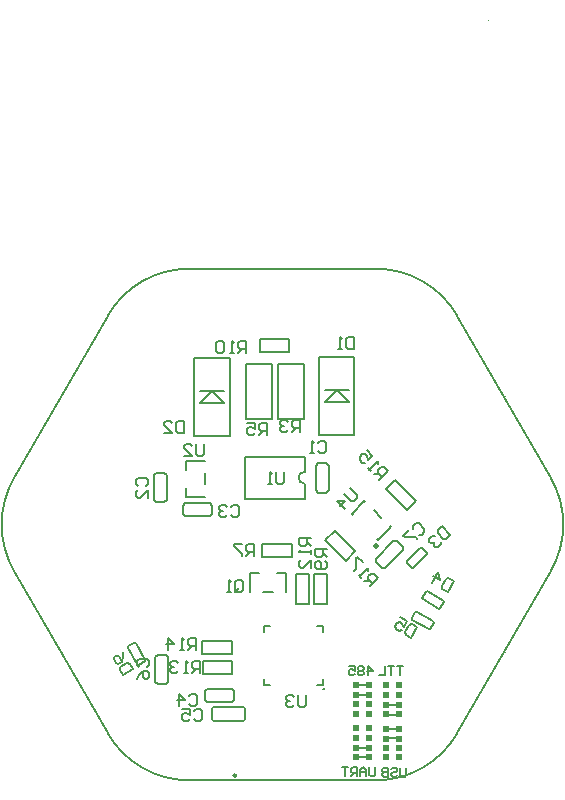
<source format=gbo>
%FSLAX25Y25*%
%MOIN*%
G70*
G01*
G75*
G04 Layer_Color=32896*
%ADD10R,0.05906X0.05906*%
%ADD11R,0.03347X0.02756*%
G04:AMPARAMS|DCode=12|XSize=62.99mil|YSize=17.72mil|CornerRadius=0mil|HoleSize=0mil|Usage=FLASHONLY|Rotation=210.000|XOffset=0mil|YOffset=0mil|HoleType=Round|Shape=Rectangle|*
%AMROTATEDRECTD12*
4,1,4,0.02285,0.02342,0.03171,0.00808,-0.02285,-0.02342,-0.03171,-0.00808,0.02285,0.02342,0.0*
%
%ADD12ROTATEDRECTD12*%

G04:AMPARAMS|DCode=13|XSize=86.61mil|YSize=47.24mil|CornerRadius=0mil|HoleSize=0mil|Usage=FLASHONLY|Rotation=300.000|XOffset=0mil|YOffset=0mil|HoleType=Round|Shape=Rectangle|*
%AMROTATEDRECTD13*
4,1,4,-0.04211,0.02569,-0.00120,0.04932,0.04211,-0.02569,0.00120,-0.04932,-0.04211,0.02569,0.0*
%
%ADD13ROTATEDRECTD13*%

G04:AMPARAMS|DCode=14|XSize=157.48mil|YSize=78.74mil|CornerRadius=0mil|HoleSize=0mil|Usage=FLASHONLY|Rotation=30.000|XOffset=0mil|YOffset=0mil|HoleType=Round|Shape=Rectangle|*
%AMROTATEDRECTD14*
4,1,4,-0.04851,-0.07347,-0.08788,-0.00528,0.04851,0.07347,0.08788,0.00528,-0.04851,-0.07347,0.0*
%
%ADD14ROTATEDRECTD14*%

%ADD15R,0.02756X0.03347*%
G04:AMPARAMS|DCode=16|XSize=102.36mil|YSize=17.72mil|CornerRadius=0mil|HoleSize=0mil|Usage=FLASHONLY|Rotation=330.000|XOffset=0mil|YOffset=0mil|HoleType=Round|Shape=Rectangle|*
%AMROTATEDRECTD16*
4,1,4,-0.04875,0.01792,-0.03990,0.03326,0.04875,-0.01792,0.03990,-0.03326,-0.04875,0.01792,0.0*
%
%ADD16ROTATEDRECTD16*%

%ADD17R,0.00984X0.07087*%
%ADD18R,0.00984X0.07087*%
%ADD19R,0.01772X0.07087*%
%ADD20C,0.03000*%
%ADD21C,0.02000*%
%ADD22C,0.01000*%
%ADD23C,0.00800*%
%ADD24C,0.00600*%
%ADD25C,0.00250*%
%ADD26C,0.00500*%
%ADD27O,0.07874X0.11811*%
%ADD28R,0.07874X0.11811*%
%ADD29C,0.02953*%
%ADD30P,0.08352X4X165.0*%
%ADD31C,0.05906*%
G04:AMPARAMS|DCode=32|XSize=157.48mil|YSize=78.74mil|CornerRadius=0mil|HoleSize=0mil|Usage=FLASHONLY|Rotation=210.000|XOffset=0mil|YOffset=0mil|HoleType=Round|Shape=Round|*
%AMOVALD32*
21,1,0.07874,0.07874,0.00000,0.00000,210.0*
1,1,0.07874,0.03410,0.01969*
1,1,0.07874,-0.03410,-0.01969*
%
%ADD32OVALD32*%

%ADD33C,0.04331*%
G04:AMPARAMS|DCode=34|XSize=150mil|YSize=60mil|CornerRadius=0mil|HoleSize=0mil|Usage=FLASHONLY|Rotation=150.000|XOffset=0mil|YOffset=0mil|HoleType=Round|Shape=Round|*
%AMOVALD34*
21,1,0.09000,0.06000,0.00000,0.00000,150.0*
1,1,0.06000,0.03897,-0.02250*
1,1,0.06000,-0.03897,0.02250*
%
%ADD34OVALD34*%

G04:AMPARAMS|DCode=35|XSize=86.61mil|YSize=62.99mil|CornerRadius=0mil|HoleSize=0mil|Usage=FLASHONLY|Rotation=150.000|XOffset=0mil|YOffset=0mil|HoleType=Round|Shape=Round|*
%AMOVALD35*
21,1,0.02362,0.06299,0.00000,0.00000,150.0*
1,1,0.06299,0.01023,-0.00591*
1,1,0.06299,-0.01023,0.00591*
%
%ADD35OVALD35*%

%ADD36C,0.03543*%
G04:AMPARAMS|DCode=37|XSize=74.8mil|YSize=39.37mil|CornerRadius=0mil|HoleSize=0mil|Usage=FLASHONLY|Rotation=330.000|XOffset=0mil|YOffset=0mil|HoleType=Round|Shape=Round|*
%AMOVALD37*
21,1,0.03543,0.03937,0.00000,0.00000,330.0*
1,1,0.03937,-0.01534,0.00886*
1,1,0.03937,0.01534,-0.00886*
%
%ADD37OVALD37*%

%ADD38C,0.02000*%
%ADD39C,0.03000*%
%ADD40C,0.00100*%
%ADD41P,0.03341X4X345.0*%
%ADD42P,0.03341X4X195.0*%
%ADD43P,0.03341X4X270.0*%
G04:AMPARAMS|DCode=44|XSize=27.56mil|YSize=33.47mil|CornerRadius=0mil|HoleSize=0mil|Usage=FLASHONLY|Rotation=45.000|XOffset=0mil|YOffset=0mil|HoleType=Round|Shape=Rectangle|*
%AMROTATEDRECTD44*
4,1,4,0.00209,-0.02158,-0.02158,0.00209,-0.00209,0.02158,0.02158,-0.00209,0.00209,-0.02158,0.0*
%
%ADD44ROTATEDRECTD44*%

G04:AMPARAMS|DCode=45|XSize=27.56mil|YSize=33.47mil|CornerRadius=0mil|HoleSize=0mil|Usage=FLASHONLY|Rotation=315.000|XOffset=0mil|YOffset=0mil|HoleType=Round|Shape=Rectangle|*
%AMROTATEDRECTD45*
4,1,4,-0.02158,-0.00209,0.00209,0.02158,0.02158,0.00209,-0.00209,-0.02158,-0.02158,-0.00209,0.0*
%
%ADD45ROTATEDRECTD45*%

%ADD46R,0.02362X0.03937*%
%ADD47R,0.03937X0.02362*%
%ADD48R,0.07087X0.03937*%
%ADD49R,0.07874X0.07874*%
%ADD50O,0.02500X0.05500*%
%ADD51R,0.02500X0.05500*%
%ADD52R,0.01200X0.03400*%
%ADD53R,0.03400X0.01200*%
%ADD54R,0.10236X0.10236*%
G04:AMPARAMS|DCode=55|XSize=31.5mil|YSize=31.5mil|CornerRadius=3.15mil|HoleSize=0mil|Usage=FLASHONLY|Rotation=180.000|XOffset=0mil|YOffset=0mil|HoleType=Round|Shape=RoundedRectangle|*
%AMROUNDEDRECTD55*
21,1,0.03150,0.02520,0,0,180.0*
21,1,0.02520,0.03150,0,0,180.0*
1,1,0.00630,-0.01260,0.01260*
1,1,0.00630,0.01260,0.01260*
1,1,0.00630,0.01260,-0.01260*
1,1,0.00630,-0.01260,-0.01260*
%
%ADD55ROUNDEDRECTD55*%
G04:AMPARAMS|DCode=56|XSize=20mil|YSize=50mil|CornerRadius=0mil|HoleSize=0mil|Usage=FLASHONLY|Rotation=315.000|XOffset=0mil|YOffset=0mil|HoleType=Round|Shape=Rectangle|*
%AMROTATEDRECTD56*
4,1,4,-0.02475,-0.01061,0.01061,0.02475,0.02475,0.01061,-0.01061,-0.02475,-0.02475,-0.01061,0.0*
%
%ADD56ROTATEDRECTD56*%

%ADD57R,0.01772X0.07087*%
%ADD58C,0.04000*%
%ADD59C,0.01500*%
%ADD60C,0.00787*%
%ADD61C,0.00984*%
%ADD62C,0.02362*%
%ADD63R,0.06706X0.06706*%
%ADD64R,0.04147X0.03556*%
G04:AMPARAMS|DCode=65|XSize=70.99mil|YSize=25.72mil|CornerRadius=0mil|HoleSize=0mil|Usage=FLASHONLY|Rotation=210.000|XOffset=0mil|YOffset=0mil|HoleType=Round|Shape=Rectangle|*
%AMROTATEDRECTD65*
4,1,4,0.02431,0.02888,0.03717,0.00661,-0.02431,-0.02888,-0.03717,-0.00661,0.02431,0.02888,0.0*
%
%ADD65ROTATEDRECTD65*%

G04:AMPARAMS|DCode=66|XSize=94.61mil|YSize=55.24mil|CornerRadius=0mil|HoleSize=0mil|Usage=FLASHONLY|Rotation=300.000|XOffset=0mil|YOffset=0mil|HoleType=Round|Shape=Rectangle|*
%AMROTATEDRECTD66*
4,1,4,-0.04758,0.02716,0.00027,0.05478,0.04758,-0.02716,-0.00027,-0.05478,-0.04758,0.02716,0.0*
%
%ADD66ROTATEDRECTD66*%

G04:AMPARAMS|DCode=67|XSize=165.48mil|YSize=86.74mil|CornerRadius=0mil|HoleSize=0mil|Usage=FLASHONLY|Rotation=30.000|XOffset=0mil|YOffset=0mil|HoleType=Round|Shape=Rectangle|*
%AMROTATEDRECTD67*
4,1,4,-0.04997,-0.07893,-0.09334,-0.00381,0.04997,0.07893,0.09334,0.00381,-0.04997,-0.07893,0.0*
%
%ADD67ROTATEDRECTD67*%

%ADD68R,0.03556X0.04147*%
G04:AMPARAMS|DCode=69|XSize=110.36mil|YSize=25.72mil|CornerRadius=0mil|HoleSize=0mil|Usage=FLASHONLY|Rotation=330.000|XOffset=0mil|YOffset=0mil|HoleType=Round|Shape=Rectangle|*
%AMROTATEDRECTD69*
4,1,4,-0.05422,0.01646,-0.04136,0.03873,0.05422,-0.01646,0.04136,-0.03873,-0.05422,0.01646,0.0*
%
%ADD69ROTATEDRECTD69*%

%ADD70O,0.08674X0.12611*%
%ADD71R,0.08674X0.12611*%
%ADD72C,0.03753*%
%ADD73P,0.09483X4X165.0*%
%ADD74C,0.06706*%
G04:AMPARAMS|DCode=75|XSize=165.48mil|YSize=86.74mil|CornerRadius=0mil|HoleSize=0mil|Usage=FLASHONLY|Rotation=210.000|XOffset=0mil|YOffset=0mil|HoleType=Round|Shape=Round|*
%AMOVALD75*
21,1,0.07874,0.08674,0.00000,0.00000,210.0*
1,1,0.08674,0.03410,0.01969*
1,1,0.08674,-0.03410,-0.01969*
%
%ADD75OVALD75*%

%ADD76C,0.05131*%
G04:AMPARAMS|DCode=77|XSize=158mil|YSize=68mil|CornerRadius=0mil|HoleSize=0mil|Usage=FLASHONLY|Rotation=150.000|XOffset=0mil|YOffset=0mil|HoleType=Round|Shape=Round|*
%AMOVALD77*
21,1,0.09000,0.06800,0.00000,0.00000,150.0*
1,1,0.06800,0.03897,-0.02250*
1,1,0.06800,-0.03897,0.02250*
%
%ADD77OVALD77*%

G04:AMPARAMS|DCode=78|XSize=94.61mil|YSize=70.99mil|CornerRadius=0mil|HoleSize=0mil|Usage=FLASHONLY|Rotation=150.000|XOffset=0mil|YOffset=0mil|HoleType=Round|Shape=Round|*
%AMOVALD78*
21,1,0.02362,0.07099,0.00000,0.00000,150.0*
1,1,0.07099,0.01023,-0.00591*
1,1,0.07099,-0.01023,0.00591*
%
%ADD78OVALD78*%

%ADD79C,0.04343*%
G04:AMPARAMS|DCode=80|XSize=82.8mil|YSize=47.37mil|CornerRadius=0mil|HoleSize=0mil|Usage=FLASHONLY|Rotation=330.000|XOffset=0mil|YOffset=0mil|HoleType=Round|Shape=Round|*
%AMOVALD80*
21,1,0.03543,0.04737,0.00000,0.00000,330.0*
1,1,0.04737,-0.01534,0.00886*
1,1,0.04737,0.01534,-0.00886*
%
%ADD80OVALD80*%

%ADD81P,0.04472X4X345.0*%
%ADD82P,0.04472X4X195.0*%
%ADD83P,0.04472X4X270.0*%
G04:AMPARAMS|DCode=84|XSize=35.56mil|YSize=41.47mil|CornerRadius=0mil|HoleSize=0mil|Usage=FLASHONLY|Rotation=45.000|XOffset=0mil|YOffset=0mil|HoleType=Round|Shape=Rectangle|*
%AMROTATEDRECTD84*
4,1,4,0.00209,-0.02723,-0.02723,0.00209,-0.00209,0.02723,0.02723,-0.00209,0.00209,-0.02723,0.0*
%
%ADD84ROTATEDRECTD84*%

G04:AMPARAMS|DCode=85|XSize=35.56mil|YSize=41.47mil|CornerRadius=0mil|HoleSize=0mil|Usage=FLASHONLY|Rotation=315.000|XOffset=0mil|YOffset=0mil|HoleType=Round|Shape=Rectangle|*
%AMROTATEDRECTD85*
4,1,4,-0.02723,-0.00209,0.00209,0.02723,0.02723,0.00209,-0.00209,-0.02723,-0.02723,-0.00209,0.0*
%
%ADD85ROTATEDRECTD85*%

%ADD86R,0.03162X0.04737*%
%ADD87R,0.04737X0.03162*%
%ADD88R,0.07887X0.04737*%
%ADD89R,0.08674X0.08674*%
%ADD90O,0.03300X0.06300*%
%ADD91R,0.03300X0.06300*%
%ADD92R,0.02200X0.04400*%
%ADD93R,0.04400X0.02200*%
%ADD94R,0.11236X0.11236*%
G04:AMPARAMS|DCode=95|XSize=39.5mil|YSize=39.5mil|CornerRadius=3.95mil|HoleSize=0mil|Usage=FLASHONLY|Rotation=180.000|XOffset=0mil|YOffset=0mil|HoleType=Round|Shape=RoundedRectangle|*
%AMROUNDEDRECTD95*
21,1,0.03950,0.03160,0,0,180.0*
21,1,0.03160,0.03950,0,0,180.0*
1,1,0.00790,-0.01580,0.01580*
1,1,0.00790,0.01580,0.01580*
1,1,0.00790,0.01580,-0.01580*
1,1,0.00790,-0.01580,-0.01580*
%
%ADD95ROUNDEDRECTD95*%
G04:AMPARAMS|DCode=96|XSize=28mil|YSize=58mil|CornerRadius=0mil|HoleSize=0mil|Usage=FLASHONLY|Rotation=315.000|XOffset=0mil|YOffset=0mil|HoleType=Round|Shape=Rectangle|*
%AMROTATEDRECTD96*
4,1,4,-0.03041,-0.01061,0.01061,0.03041,0.03041,0.01061,-0.01061,-0.03041,-0.03041,-0.01061,0.0*
%
%ADD96ROTATEDRECTD96*%

%ADD97C,0.01969*%
%ADD98R,0.02300X0.02400*%
D22*
X473190Y237921D02*
G03*
X473190Y237921I-224J0D01*
G01*
X443800Y209000D02*
G03*
X443800Y209000I-400J0D01*
G01*
D23*
X491182Y287546D02*
X495425Y291789D01*
X490828Y287900D02*
X491182Y287546D01*
X482391Y296337D02*
X482697Y296032D01*
X495071Y292143D02*
X495425Y291789D01*
X489768Y297446D02*
X492243Y294971D01*
X482391Y296337D02*
X486634Y300580D01*
X486939Y300274D01*
D24*
X436925Y232045D02*
G03*
X435725Y230865I-10J-1190D01*
G01*
X435725Y228265D02*
G03*
X436925Y227085I1190J10D01*
G01*
X445725Y227085D02*
G03*
X446925Y228265I10J1190D01*
G01*
Y230865D02*
G03*
X445725Y232045I-1190J-10D01*
G01*
X470682Y258971D02*
X472717Y258971D01*
X453017Y256937D02*
X453017Y258971D01*
X472717Y239271D02*
X472717Y241306D01*
X453017Y241306D02*
X453017Y239271D01*
Y258971D02*
X455051Y258971D01*
X472717Y258971D02*
X472717Y256937D01*
X470682Y239271D02*
X472717D01*
X453017Y239271D02*
X455051Y239271D01*
X436925Y227085D02*
X445725D01*
X436925Y232045D02*
X445725D01*
X435725Y228265D02*
Y230865D01*
X446925Y228265D02*
Y230865D01*
D25*
X421800Y289922D02*
G03*
X421800Y289922I-125J0D01*
G01*
X386019Y250119D02*
G03*
X386019Y250119I-125J0D01*
G01*
X459838Y207500D02*
G03*
X459838Y207500I-125J0D01*
G01*
X533657Y250119D02*
G03*
X533657Y250119I-125J0D01*
G01*
Y335358D02*
G03*
X533657Y335358I-125J0D01*
G01*
X459838Y377977D02*
G03*
X459838Y377977I-125J0D01*
G01*
X527987Y460898D02*
G03*
X527987Y460898I-125J0D01*
G01*
X459425Y377977D02*
G03*
X459425Y377977I-125J0D01*
G01*
X533244Y335358D02*
G03*
X533244Y335358I-125J0D01*
G01*
Y250119D02*
G03*
X533244Y250119I-125J0D01*
G01*
X459425Y207500D02*
G03*
X459425Y207500I-125J0D01*
G01*
X385606Y250119D02*
G03*
X385606Y250119I-125J0D01*
G01*
Y335358D02*
G03*
X385606Y335358I-125J0D01*
G01*
D26*
X466700Y310319D02*
G03*
X466700Y306319I0J-2000D01*
G01*
X413523Y247655D02*
X413523Y247655D01*
X407790Y252073D02*
X409835Y253254D01*
X410373Y253110D02*
X413523Y247655D01*
X411333Y245936D02*
X413379Y247117D01*
X407646Y251536D02*
X410795Y246080D01*
X407790Y252073D02*
X407790Y252073D01*
X407646Y251536D02*
X407790Y252073D01*
X409835Y253254D02*
Y253254D01*
Y253254D02*
X410373Y253110D01*
X411333Y245936D02*
Y245936D01*
X410795Y246080D02*
X411333Y245936D01*
X413379Y247117D02*
Y247117D01*
X413523Y247655D01*
X508573Y257890D02*
X509754Y259935D01*
X502580Y260895D02*
X508036Y257746D01*
X502436Y261433D02*
X503617Y263479D01*
X504155Y263623D02*
X509610Y260473D01*
X509754Y259935D02*
X509754Y259935D01*
X509610Y260473D02*
X509754Y259935D01*
X508573Y257890D02*
X508573Y257890D01*
X508036Y257746D02*
X508573Y257890D01*
X503617Y263479D02*
X503617D01*
X504155Y263623D01*
X502436Y261433D02*
Y261433D01*
Y261433D02*
X502580Y260895D01*
X511973Y264790D02*
X513154Y266835D01*
X505980Y267795D02*
X511436Y264646D01*
X505836Y268333D02*
X507017Y270379D01*
X507555Y270523D02*
X513010Y267373D01*
X513154Y266835D02*
X513154Y266835D01*
X513010Y267373D02*
X513154Y266835D01*
X511973Y264790D02*
X511973Y264790D01*
X511436Y264646D02*
X511973Y264790D01*
X507017Y270379D02*
X507017D01*
X507555Y270523D01*
X505836Y268333D02*
Y268333D01*
Y268333D02*
X505980Y267795D01*
X502894Y278367D02*
X502894Y278367D01*
X505678Y285049D02*
X507349Y283378D01*
X502894Y278367D02*
X507349Y282822D01*
X500667Y280038D02*
X502338Y278367D01*
X500667Y280594D02*
X505122Y285049D01*
X505678D02*
X505678D01*
X505122D02*
X505678D01*
X507349Y283378D02*
X507349D01*
X507349Y282822D02*
X507349Y283378D01*
X500667Y280038D02*
X500667D01*
Y280594D01*
X502338Y278367D02*
X502338Y278367D01*
X502894D01*
X416935Y240213D02*
X417722Y239426D01*
X420478D02*
X421265Y240213D01*
X420478Y249269D02*
X421265Y248481D01*
X416935D02*
X417722Y249269D01*
X416935Y248481D02*
X416935Y240213D01*
X417722Y249269D02*
X420478D01*
X417722Y239426D02*
X420478D01*
X421265Y240213D02*
X421265Y248481D01*
X442511Y233600D02*
X443299Y234387D01*
X442511Y237931D02*
X443299Y237143D01*
X433456D02*
X434243Y237931D01*
X433456Y234387D02*
X434243Y233600D01*
X442511Y233600D01*
X433456Y234387D02*
Y237143D01*
X443299Y234387D02*
Y237143D01*
X434243Y237931D02*
X442511Y237931D01*
X451731Y350135D02*
X461574D01*
X451731Y354465D02*
X461574D01*
X451731Y350135D02*
Y354465D01*
X461574Y350135D02*
Y354465D01*
X442374Y249535D02*
Y253865D01*
X432531Y249535D02*
Y253865D01*
X442374D01*
X432531Y249535D02*
X442374D01*
X442574Y243035D02*
Y247365D01*
X432731Y243035D02*
Y247365D01*
X442574D01*
X432731Y243035D02*
X442574D01*
X499342Y284180D02*
Y285293D01*
X496280Y287242D02*
X497393D01*
X490434Y280282D02*
Y281396D01*
X492382Y278334D02*
X493496D01*
X499342Y284180D01*
X490434Y280282D02*
X492382Y278334D01*
X497393Y287242D02*
X499342Y285293D01*
X490434Y281396D02*
X496280Y287242D01*
X480568Y280711D02*
X483630Y283773D01*
X473608Y287671D02*
X476671Y290733D01*
X483630Y283773D01*
X473608Y287671D02*
X480568Y280711D01*
X500837Y297601D02*
X503899Y300663D01*
X493877Y304561D02*
X496939Y307623D01*
X503899Y300663D01*
X493877Y304561D02*
X500837Y297601D01*
X468265Y266332D02*
Y276174D01*
X463935Y266332D02*
Y276174D01*
Y266332D02*
X468265D01*
X463935Y276174D02*
X468265Y276174D01*
X452531Y281835D02*
X462374D01*
X452531Y286165D02*
X462374Y286165D01*
X452531Y281835D02*
Y286165D01*
X462374Y281835D02*
Y286165D01*
X448558Y276568D02*
X451510Y276568D01*
X457416D02*
X460368D01*
X452691Y270269D02*
X456235D01*
X448558Y270269D02*
X448558Y276568D01*
X460368Y270269D02*
Y276568D01*
X435087Y295435D02*
X435874Y296222D01*
X435087Y299765D02*
X435874Y298978D01*
X426031D02*
X426819Y299765D01*
X426031Y296222D02*
X426819Y295435D01*
X435087Y295435D01*
X426031Y298978D02*
X426031Y296222D01*
X435874D02*
Y298978D01*
X426819Y299765D02*
X435087D01*
X419878Y309974D02*
X420665Y309187D01*
X416335Y309187D02*
X417122Y309974D01*
X416335Y300919D02*
X417122Y300132D01*
X419878Y300132D02*
X420665Y300919D01*
X420665Y309187D02*
X420665Y300919D01*
X417122Y300132D02*
X419878Y300132D01*
X417122Y309974D02*
X419878Y309974D01*
X416335Y300919D02*
Y309187D01*
X427032Y305010D02*
X427032Y302058D01*
X427032Y310916D02*
Y313868D01*
X433331Y306191D02*
Y309735D01*
X427032Y302058D02*
X433331D01*
X427032Y313868D02*
X433331D01*
X473878Y313174D02*
X474665Y312387D01*
X470335D02*
X471122Y313174D01*
X470335Y304119D02*
X471122Y303331D01*
X473878D02*
X474665Y304119D01*
X474665Y312387D02*
X474665Y304119D01*
X471122Y303331D02*
X473878D01*
X471122Y313174D02*
X473878D01*
X470335Y304119D02*
X470335Y312387D01*
X474165Y266332D02*
Y276174D01*
X469835Y266332D02*
Y276174D01*
Y266332D02*
X474165Y266332D01*
X469835Y276174D02*
X474165D01*
X447169Y346156D02*
X455831D01*
X447169Y327849D02*
X455831D01*
Y346156D01*
X447169Y327849D02*
Y346156D01*
X457669Y346356D02*
X466331D01*
X457669Y328049D02*
X466331D01*
Y346356D01*
X457669Y328049D02*
Y346356D01*
X473463Y333705D02*
X477400Y337643D01*
X481337Y333705D01*
X473463Y337643D02*
X481337Y337643D01*
X473463Y333705D02*
X481337Y333705D01*
X483306Y348666D02*
X483306Y322682D01*
X471494Y348666D02*
X483306D01*
X471494D02*
X471494Y322682D01*
X483306Y322682D01*
X431863Y333306D02*
X435800Y337243D01*
X439737Y333306D01*
X431863Y337243D02*
X439737D01*
X431863Y333306D02*
X439737D01*
X441706Y322282D02*
Y348266D01*
X429894D02*
X441706D01*
X429894Y322282D02*
Y348266D01*
Y322282D02*
X441706D01*
X466700Y310319D02*
Y315319D01*
Y301319D02*
Y306319D01*
X446700Y301319D02*
Y315319D01*
X466700D01*
X446700Y301319D02*
X466700D01*
X484600Y239200D02*
X487600D01*
X484600Y235900D02*
X487600D01*
X494600Y232700D02*
X497600D01*
X494200Y229300D02*
X497200D01*
X494100Y221500D02*
X497100D01*
X494600Y224600D02*
X497600D01*
X484400Y215200D02*
X487400D01*
X484200Y218400D02*
X487200D01*
X411268Y305634D02*
X410601Y306301D01*
Y307634D01*
X411268Y308300D01*
X413934D01*
X414600Y307634D01*
Y306301D01*
X413934Y305634D01*
X414600Y301636D02*
Y304301D01*
X411934Y301636D01*
X411268D01*
X410601Y302302D01*
Y303635D01*
X411268Y304301D01*
X442034Y298732D02*
X442701Y299399D01*
X444034D01*
X444700Y298732D01*
Y296066D01*
X444034Y295400D01*
X442701D01*
X442034Y296066D01*
X440701Y298732D02*
X440035Y299399D01*
X438702D01*
X438035Y298732D01*
Y298066D01*
X438702Y297399D01*
X439368D01*
X438702D01*
X438035Y296733D01*
Y296066D01*
X438702Y295400D01*
X440035D01*
X440701Y296066D01*
X502821Y291230D02*
Y292173D01*
X503763Y293115D01*
X504706D01*
X506591Y291230D01*
Y290288D01*
X505648Y289345D01*
X504706D01*
X501407Y290759D02*
X499522Y288874D01*
X499993Y288403D01*
X503763D01*
X504234Y287931D01*
X411468Y245334D02*
X410801Y246001D01*
Y247334D01*
X411468Y248000D01*
X414134D01*
X414800Y247334D01*
Y246001D01*
X414134Y245334D01*
X410801Y241336D02*
X411468Y242668D01*
X412801Y244001D01*
X414134D01*
X414800Y243335D01*
Y242002D01*
X414134Y241336D01*
X413467D01*
X412801Y242002D01*
Y244001D01*
X428034Y235732D02*
X428701Y236399D01*
X430034D01*
X430700Y235732D01*
Y233066D01*
X430034Y232400D01*
X428701D01*
X428034Y233066D01*
X424702Y232400D02*
Y236399D01*
X426701Y234399D01*
X424036D01*
X471284Y319782D02*
X471951Y320449D01*
X473284D01*
X473950Y319782D01*
Y317116D01*
X473284Y316450D01*
X471951D01*
X471284Y317116D01*
X469951Y316450D02*
X468618D01*
X469285D01*
Y320449D01*
X469951Y319782D01*
X504199Y258463D02*
X502200Y255000D01*
X500468Y256000D01*
X500225Y256910D01*
X501557Y259219D01*
X502468Y259463D01*
X504199Y258463D01*
X498428Y261795D02*
X500736Y260462D01*
X499737Y258731D01*
X498916Y259975D01*
X498338Y260308D01*
X497428Y260064D01*
X496762Y258909D01*
X497006Y257999D01*
X498160Y257333D01*
X499070Y257576D01*
X512472Y292228D02*
X515300Y289400D01*
X513886Y287986D01*
X512944D01*
X511059Y289871D01*
Y290814D01*
X512472Y292228D01*
X510116Y288929D02*
X509174D01*
X508231Y287986D01*
Y287044D01*
X508703Y286573D01*
X509645D01*
X510116Y287044D01*
X509645Y286573D01*
Y285630D01*
X510116Y285159D01*
X511059D01*
X512001Y286101D01*
Y287044D01*
X516361Y273838D02*
X514361Y270375D01*
X512630Y271375D01*
X512386Y272285D01*
X513719Y274594D01*
X514629Y274838D01*
X516361Y273838D01*
X509167Y273374D02*
X511166Y276837D01*
X511898Y274106D01*
X509589Y275439D01*
X483100Y355099D02*
Y351100D01*
X481101D01*
X480434Y351766D01*
Y354432D01*
X481101Y355099D01*
X483100D01*
X479101Y351100D02*
X477768D01*
X478435D01*
Y355099D01*
X479101Y354432D01*
X409463Y244599D02*
X406000Y242600D01*
X405000Y244332D01*
X405244Y245242D01*
X407553Y246575D01*
X408463Y246331D01*
X409463Y244599D01*
X406131Y250371D02*
X406220Y248883D01*
X405732Y247063D01*
X404578Y246396D01*
X403667Y246640D01*
X403001Y247795D01*
X403245Y248705D01*
X403822Y249038D01*
X404733Y248794D01*
X405732Y247063D01*
X426500Y327099D02*
Y323100D01*
X424501D01*
X423834Y323766D01*
Y326432D01*
X424501Y327099D01*
X426500D01*
X419836Y323100D02*
X422501D01*
X419836Y325766D01*
Y326432D01*
X420502Y327099D01*
X421835D01*
X422501Y326432D01*
X443434Y271066D02*
Y273732D01*
X444101Y274399D01*
X445434D01*
X446100Y273732D01*
Y271066D01*
X445434Y270400D01*
X444101D01*
X444767Y271733D02*
X443434Y270400D01*
X444101D02*
X443434Y271066D01*
X442101Y270400D02*
X440768D01*
X441435D01*
Y274399D01*
X442101Y273732D01*
X474100Y284600D02*
X470101D01*
Y282601D01*
X470768Y281934D01*
X472101D01*
X472767Y282601D01*
Y284600D01*
Y283267D02*
X474100Y281934D01*
X473434Y280601D02*
X474100Y279935D01*
Y278602D01*
X473434Y277936D01*
X470768D01*
X470101Y278602D01*
Y279935D01*
X470768Y280601D01*
X471434D01*
X472101Y279935D01*
Y277936D01*
X430400Y250800D02*
Y254799D01*
X428401D01*
X427734Y254132D01*
Y252799D01*
X428401Y252133D01*
X430400D01*
X429067D02*
X427734Y250800D01*
X426401D02*
X425068D01*
X425735D01*
Y254799D01*
X426401Y254132D01*
X421070Y250800D02*
Y254799D01*
X423069Y252799D01*
X420403D01*
X488431Y272110D02*
X491259Y274938D01*
X489845Y276351D01*
X488903D01*
X487960Y275409D01*
Y274466D01*
X489374Y273053D01*
X488431Y273995D02*
X486546D01*
X485604Y274938D02*
X484661Y275880D01*
X485133Y275409D01*
X487960Y278236D01*
Y277294D01*
X486075Y280121D02*
X484190Y282006D01*
X483719Y281535D01*
X483719Y277765D01*
X483248Y277294D01*
X491600Y307700D02*
X494427Y310527D01*
X493014Y311941D01*
X492071D01*
X491129Y310999D01*
Y310056D01*
X492543Y308643D01*
X491600Y309585D02*
X489715D01*
X488772Y310527D02*
X487830Y311470D01*
X488301Y310999D01*
X491129Y313826D01*
Y312884D01*
X487359Y317596D02*
X489244Y315711D01*
X487830Y314298D01*
X487359Y315711D01*
X486888Y316182D01*
X485945D01*
X485003Y315240D01*
Y314298D01*
X485945Y313355D01*
X486888D01*
X468700Y288100D02*
X464701D01*
Y286101D01*
X465368Y285434D01*
X466701D01*
X467367Y286101D01*
Y288100D01*
Y286767D02*
X468700Y285434D01*
Y284101D02*
Y282768D01*
Y283435D01*
X464701D01*
X465368Y284101D01*
X468700Y278103D02*
Y280769D01*
X466034Y278103D01*
X465368D01*
X464701Y278770D01*
Y280103D01*
X465368Y280769D01*
X431900Y243200D02*
Y247199D01*
X429901D01*
X429234Y246532D01*
Y245199D01*
X429901Y244533D01*
X431900D01*
X430567D02*
X429234Y243200D01*
X427901D02*
X426568D01*
X427235D01*
Y247199D01*
X427901Y246532D01*
X424569D02*
X423903Y247199D01*
X422570D01*
X421903Y246532D01*
Y245866D01*
X422570Y245199D01*
X423236D01*
X422570D01*
X421903Y244533D01*
Y243866D01*
X422570Y243200D01*
X423903D01*
X424569Y243866D01*
X449800Y282200D02*
Y286199D01*
X447801D01*
X447134Y285532D01*
Y284199D01*
X447801Y283533D01*
X449800D01*
X448467D02*
X447134Y282200D01*
X445801Y286199D02*
X443135D01*
Y285532D01*
X445801Y282866D01*
Y282200D01*
X447089Y350058D02*
Y354057D01*
X445090D01*
X444423Y353391D01*
Y352058D01*
X445090Y351391D01*
X447089D01*
X445756D02*
X444423Y350058D01*
X443091D02*
X441758D01*
X442424D01*
Y354057D01*
X443091Y353391D01*
X439758D02*
X439092Y354057D01*
X437759D01*
X437093Y353391D01*
Y350725D01*
X437759Y350058D01*
X439092D01*
X439758Y350725D01*
Y353391D01*
X465000Y323500D02*
Y327499D01*
X463001D01*
X462334Y326832D01*
Y325499D01*
X463001Y324833D01*
X465000D01*
X463667D02*
X462334Y323500D01*
X461001Y326832D02*
X460335Y327499D01*
X459002D01*
X458335Y326832D01*
Y326166D01*
X459002Y325499D01*
X459668D01*
X459002D01*
X458335Y324833D01*
Y324166D01*
X459002Y323500D01*
X460335D01*
X461001Y324166D01*
X454000Y322700D02*
Y326699D01*
X452001D01*
X451334Y326032D01*
Y324699D01*
X452001Y324033D01*
X454000D01*
X452667D02*
X451334Y322700D01*
X447335Y326699D02*
X450001D01*
Y324699D01*
X448668Y325366D01*
X448002D01*
X447335Y324699D01*
Y323366D01*
X448002Y322700D01*
X449335D01*
X450001Y323366D01*
X433200Y319699D02*
Y316366D01*
X432534Y315700D01*
X431201D01*
X430534Y316366D01*
Y319699D01*
X426536Y315700D02*
X429201D01*
X426536Y318366D01*
Y319032D01*
X427202Y319699D01*
X428535D01*
X429201Y319032D01*
X481672Y304927D02*
X484029Y302571D01*
Y301629D01*
X483086Y300686D01*
X482144D01*
X479787Y303043D01*
X480259Y297859D02*
X477431Y300686D01*
X480259Y300686D01*
X478374Y298801D01*
X467300Y235899D02*
Y232566D01*
X466634Y231900D01*
X465301D01*
X464634Y232566D01*
Y235899D01*
X463301Y235232D02*
X462635Y235899D01*
X461302D01*
X460636Y235232D01*
Y234566D01*
X461302Y233899D01*
X461968D01*
X461302D01*
X460636Y233233D01*
Y232566D01*
X461302Y231900D01*
X462635D01*
X463301Y232566D01*
X459700Y310099D02*
Y306766D01*
X459034Y306100D01*
X457701D01*
X457034Y306766D01*
Y310099D01*
X455701Y306100D02*
X454368D01*
X455035D01*
Y310099D01*
X455701Y309432D01*
X429934Y230432D02*
X430601Y231099D01*
X431934D01*
X432600Y230432D01*
Y227766D01*
X431934Y227100D01*
X430601D01*
X429934Y227766D01*
X425936Y231099D02*
X428601D01*
Y229099D01*
X427268Y229766D01*
X426602D01*
X425936Y229099D01*
Y227766D01*
X426602Y227100D01*
X427935D01*
X428601Y227766D01*
X487900Y242500D02*
Y245499D01*
X489400Y244000D01*
X487401D01*
X486401Y244999D02*
X485901Y245499D01*
X484902D01*
X484402Y244999D01*
Y244499D01*
X484902Y244000D01*
X484402Y243500D01*
Y243000D01*
X484902Y242500D01*
X485901D01*
X486401Y243000D01*
Y243500D01*
X485901Y244000D01*
X486401Y244499D01*
Y244999D01*
X485901Y244000D02*
X484902D01*
X481403Y245499D02*
X483402D01*
Y244000D01*
X482402Y244499D01*
X481902D01*
X481403Y244000D01*
Y243000D01*
X481902Y242500D01*
X482902D01*
X483402Y243000D01*
X499600Y245599D02*
X497601D01*
X498600D01*
Y242600D01*
X496601Y245599D02*
X494602D01*
X495601D01*
Y242600D01*
X493602Y245599D02*
Y242600D01*
X491603D01*
X490200Y211799D02*
Y209300D01*
X489700Y208800D01*
X488700D01*
X488201Y209300D01*
Y211799D01*
X487201Y208800D02*
Y210799D01*
X486201Y211799D01*
X485202Y210799D01*
Y208800D01*
Y210299D01*
X487201D01*
X484202Y208800D02*
Y211799D01*
X482702D01*
X482203Y211299D01*
Y210299D01*
X482702Y209800D01*
X484202D01*
X483202D02*
X482203Y208800D01*
X481203Y211799D02*
X479204D01*
X480203D01*
Y208800D01*
X500500Y211699D02*
Y209200D01*
X500000Y208700D01*
X499001D01*
X498501Y209200D01*
Y211699D01*
X495502Y211199D02*
X496001Y211699D01*
X497001D01*
X497501Y211199D01*
Y210699D01*
X497001Y210199D01*
X496001D01*
X495502Y209700D01*
Y209200D01*
X496001Y208700D01*
X497001D01*
X497501Y209200D01*
X494502Y211699D02*
Y208700D01*
X493002D01*
X492503Y209200D01*
Y209700D01*
X493002Y210199D01*
X494502D01*
X493002D01*
X492503Y210699D01*
Y211199D01*
X493002Y211699D01*
X494502D01*
X517519Y362378D02*
G03*
X490499Y377977I-27020J-15600D01*
G01*
X548718Y277139D02*
G03*
X548718Y308338I-27020J15600D01*
G01*
X490499Y207500D02*
G03*
X517519Y223100I0J31200D01*
G01*
X401080Y223100D02*
G03*
X428100Y207500I27020J15600D01*
G01*
X369881Y308338D02*
G03*
X369881Y277139I27020J-15600D01*
G01*
X428100Y377977D02*
G03*
X401080Y362378I0J-31200D01*
G01*
X428100Y377977D02*
X490499D01*
X517519Y362378D02*
X548718Y308338D01*
X517519Y223100D02*
X548718Y277139D01*
X428100Y207500D02*
X490499D01*
X369881Y277139D02*
X401080Y223100D01*
X369881Y308338D02*
X401080Y362378D01*
D97*
X490475Y285425D02*
X490546Y285496D01*
D98*
X483750Y239200D02*
D03*
X488250D02*
D03*
X498250Y239100D02*
D03*
Y235800D02*
D03*
Y232700D02*
D03*
Y229500D02*
D03*
X493750D02*
D03*
Y232700D02*
D03*
Y235800D02*
D03*
Y239100D02*
D03*
X483750Y235900D02*
D03*
Y232800D02*
D03*
Y229600D02*
D03*
X488250D02*
D03*
Y232800D02*
D03*
Y235900D02*
D03*
X488150Y221500D02*
D03*
Y218400D02*
D03*
Y215200D02*
D03*
X483650D02*
D03*
Y218400D02*
D03*
Y221500D02*
D03*
X493650Y224700D02*
D03*
Y221400D02*
D03*
Y218300D02*
D03*
Y215100D02*
D03*
X498150D02*
D03*
Y218300D02*
D03*
Y221400D02*
D03*
Y224700D02*
D03*
X488150Y224800D02*
D03*
X483650D02*
D03*
M02*

</source>
